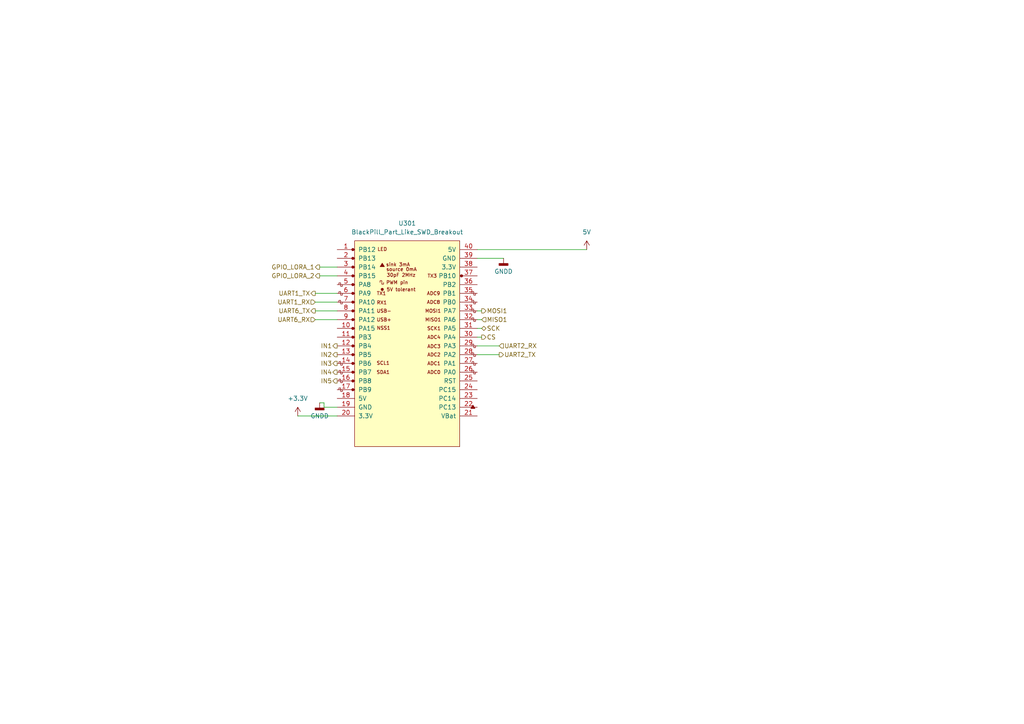
<source format=kicad_sch>
(kicad_sch (version 20231120) (generator "eeschema") (generator_version "8.0")
  (paper "A4")
  (lib_symbols
    (symbol "STM32_Blue and Black Pills:BlackPill_Normal" (pin_names (offset 1.016))
      (property "Reference" "U" (at -12.7 22.86 0))
      (property "Value" "BlackPill_Normal" (at 0 -5.08 90))
      (symbol "BlackPill_Normal_0_0"
        (circle (center -15.748 -22.86) (radius 0.3556) (fill (type outline)))
        (circle (center -15.748 -20.32) (radius 0.3556) (fill (type outline)))
        (circle (center -15.748 -17.78) (radius 0.3556) (fill (type outline)))
        (circle (center -15.748 -15.24) (radius 0.3556) (fill (type outline)))
        (circle (center -15.748 -12.7) (radius 0.3556) (fill (type outline)))
        (circle (center -15.748 -10.16) (radius 0.3556) (fill (type outline)))
        (circle (center -15.748 -7.62) (radius 0.3556) (fill (type outline)))
        (circle (center -15.748 -5.08) (radius 0.3556) (fill (type outline)))
        (circle (center -15.748 -2.54) (radius 0.3556) (fill (type outline)))
        (circle (center -15.748 0) (radius 0.3556) (fill (type outline)))
        (circle (center -15.748 2.54) (radius 0.3556) (fill (type outline)))
        (circle (center -15.748 5.08) (radius 0.3556) (fill (type outline)))
        (circle (center -15.748 7.62) (radius 0.3556) (fill (type outline)))
        (circle (center -15.748 10.16) (radius 0.3556) (fill (type outline)))
        (circle (center -15.748 12.7) (radius 0.3556) (fill (type outline)))
        (circle (center -15.748 17.78) (radius 0.3556) (fill (type outline)))
        (circle (center -7.239 6.223) (radius 0.127) (fill (type outline)))
        (circle (center -7.239 6.223) (radius 0.254))
        (circle (center -7.239 6.223) (radius 0.3556))
        (polyline (pts (xy -7.874 12.827) (xy -7.239 13.843) (xy -6.604 12.827) (xy -7.874 12.827) (xy -7.239 13.716) (xy -6.731 12.827) (xy -7.747 12.954) (xy -7.239 13.589) (xy -6.858 12.827) (xy -7.62 13.081) (xy -7.112 13.462) (xy -6.985 12.827) (xy -7.493 13.208) (xy -6.985 13.335) (xy -7.112 12.954) (xy -7.366 13.208) (xy -7.112 13.081) (xy -7.239 13.335)))
        (polyline (pts (xy 18.415 -28.321) (xy 19.05 -27.305) (xy 19.685 -28.321) (xy 18.415 -28.321) (xy 19.05 -27.432) (xy 19.558 -28.321) (xy 18.542 -28.194) (xy 19.05 -27.559) (xy 19.431 -28.321) (xy 18.669 -28.067) (xy 19.177 -27.686) (xy 19.304 -28.321) (xy 18.796 -27.94) (xy 19.304 -27.813) (xy 19.177 -28.194) (xy 18.923 -27.94) (xy 19.177 -28.067) (xy 19.05 -27.813)))
        (circle (center 15.748 10.16) (radius 0.254) (fill (type outline)))
        (circle (center 15.748 10.16) (radius 0.3556))
        (text "30pF 2MHz" (at -1.778 10.414 0) (effects (font (size 0.9906 0.9906))))
        (text "5V tolerant" (at -1.778 6.223 0) (effects (font (size 0.9906 0.9906))))
        (text "ADC0" (at 7.747 -17.78 0) (effects (font (size 0.9906 0.9906))))
        (text "ADC1" (at 7.747 -15.24 0) (effects (font (size 0.9906 0.9906))))
        (text "ADC2" (at 7.747 -12.7 0) (effects (font (size 0.9906 0.9906))))
        (text "ADC3" (at 7.747 -10.287 0) (effects (font (size 0.9906 0.9906))))
        (text "ADC4" (at 7.747 -7.62 0) (effects (font (size 0.9906 0.9906))))
        (text "ADC8" (at 7.62 2.54 0) (effects (font (size 0.9906 0.9906))))
        (text "ADC9" (at 7.62 5.08 0) (effects (font (size 0.9906 0.9906))))
        (text "LED" (at -7.239 17.907 0) (effects (font (size 0.9906 0.9906))))
        (text "MISO1" (at 7.493 -2.54 0) (effects (font (size 0.9906 0.9906))))
        (text "MOSI1" (at 7.493 0 0) (effects (font (size 0.9906 0.9906))))
        (text "NSS1" (at -6.858 -4.953 0) (effects (font (size 0.9906 0.9906))))
        (text "PWM pin" (at -2.921 8.255 0) (effects (font (size 0.9906 0.9906))))
        (text "RX1" (at -7.366 2.413 0) (effects (font (size 0.9906 0.9906))))
        (text "SCK1" (at 7.747 -5.08 0) (effects (font (size 0.9906 0.9906))))
        (text "SCL1" (at -6.985 -15.113 0) (effects (font (size 0.9906 0.9906))))
        (text "SDA1" (at -6.985 -17.78 0) (effects (font (size 0.9906 0.9906))))
        (text "sink 3mA" (at -2.667 13.462 0) (effects (font (size 0.9906 0.9906))))
        (text "source 0mA" (at -1.651 12.065 0) (effects (font (size 0.9906 0.9906))))
        (text "TX1" (at -7.493 5.08 0) (effects (font (size 0.9906 0.9906))))
        (text "TX3" (at 7.239 10.16 0) (effects (font (size 0.9906 0.9906))))
        (text "USB+" (at -6.731 -2.54 0) (effects (font (size 0.9906 0.9906))))
        (text "USB-" (at -6.731 0 0) (effects (font (size 0.9906 0.9906))))
      )
      (symbol "BlackPill_Normal_0_1"
        (rectangle (start -15.24 20.32) (end 15.24 -39.37) (fill (type background)))
        (polyline (pts (xy -19.812 -22.86) (xy -19.812 -22.352) (xy -19.304 -22.352) (xy -19.304 -23.368) (xy -18.796 -23.368) (xy -18.796 -22.86)))
        (polyline (pts (xy -19.812 -20.32) (xy -19.812 -19.812) (xy -19.304 -19.812) (xy -19.304 -20.828) (xy -18.796 -20.828) (xy -18.796 -20.32)))
        (polyline (pts (xy -18.796 -17.78) (xy -18.796 -18.288) (xy -19.304 -18.288) (xy -19.304 -17.272) (xy -19.812 -17.272) (xy -19.812 -17.78)))
        (polyline (pts (xy -18.796 -15.24) (xy -18.796 -15.748) (xy -19.304 -15.748) (xy -19.304 -14.732) (xy -19.812 -14.732) (xy -19.812 -15.24)))
        (polyline (pts (xy -18.796 2.54) (xy -18.796 2.032) (xy -19.304 2.032) (xy -19.304 3.048) (xy -19.812 3.048) (xy -19.812 2.54)))
        (polyline (pts (xy -18.796 5.08) (xy -18.796 4.572) (xy -19.304 4.572) (xy -19.304 5.588) (xy -19.812 5.588) (xy -19.812 5.08)))
        (polyline (pts (xy -18.796 7.62) (xy -18.796 7.112) (xy -19.304 7.112) (xy -19.304 8.128) (xy -19.812 8.128) (xy -19.812 7.62)))
        (polyline (pts (xy -6.858 8.255) (xy -6.858 7.747) (xy -7.366 7.747) (xy -7.366 8.763) (xy -7.874 8.763) (xy -7.874 8.255)))
        (polyline (pts (xy 19.812 -17.78) (xy 19.812 -18.288) (xy 19.304 -18.288) (xy 19.304 -17.272) (xy 18.796 -17.272) (xy 18.796 -17.78)))
        (polyline (pts (xy 19.812 -15.24) (xy 19.812 -15.748) (xy 19.304 -15.748) (xy 19.304 -14.732) (xy 18.796 -14.732) (xy 18.796 -15.24)))
        (polyline (pts (xy 19.812 -12.7) (xy 19.812 -13.208) (xy 19.304 -13.208) (xy 19.304 -12.192) (xy 18.796 -12.192) (xy 18.796 -12.7)))
        (polyline (pts (xy 19.812 -10.16) (xy 19.812 -10.668) (xy 19.304 -10.668) (xy 19.304 -9.652) (xy 18.796 -9.652) (xy 18.796 -10.16)))
        (polyline (pts (xy 19.812 -2.54) (xy 19.812 -3.048) (xy 19.304 -3.048) (xy 19.304 -2.032) (xy 18.796 -2.032) (xy 18.796 -2.54)))
        (polyline (pts (xy 19.812 0) (xy 19.812 -0.508) (xy 19.304 -0.508) (xy 19.304 0.508) (xy 18.796 0.508) (xy 18.796 0)))
        (polyline (pts (xy 19.812 2.54) (xy 19.812 2.032) (xy 19.304 2.032) (xy 19.304 3.048) (xy 18.796 3.048) (xy 18.796 2.54)))
        (polyline (pts (xy 19.812 5.08) (xy 19.812 4.572) (xy 19.304 4.572) (xy 19.304 5.588) (xy 18.796 5.588) (xy 18.796 5.08)))
      )
      (symbol "BlackPill_Normal_1_1"
        (circle (center -15.748 15.24) (radius 0.3556) (fill (type outline)))
        (pin bidirectional line (at -20.32 17.78 0) (length 5.08) (name "PB12") (number "1"))
        (pin bidirectional line (at -20.32 -5.08 0) (length 5.08) (name "PA15") (number "10"))
        (pin bidirectional line (at -20.32 -7.62 0) (length 5.08) (name "PB3") (number "11"))
        (pin bidirectional line (at -20.32 -10.16 0) (length 5.08) (name "PB4") (number "12"))
        (pin bidirectional line (at -20.32 -12.7 0) (length 5.08) (name "PB5") (number "13"))
        (pin bidirectional line (at -20.32 -15.24 0) (length 5.08) (name "PB6") (number "14"))
        (pin bidirectional line (at -20.32 -17.78 0) (length 5.08) (name "PB7") (number "15"))
        (pin bidirectional line (at -20.32 -20.32 0) (length 5.08) (name "PB8") (number "16"))
        (pin bidirectional line (at -20.32 -22.86 0) (length 5.08) (name "PB9") (number "17"))
        (pin power_in line (at -20.32 -25.4 0) (length 5.08) (name "5V") (number "18"))
        (pin power_in line (at -20.32 -27.94 0) (length 5.08) (name "GND") (number "19"))
        (pin bidirectional line (at -20.32 15.24 0) (length 5.08) (name "PB13") (number "2"))
        (pin power_in line (at -20.32 -30.48 0) (length 5.08) (name "3.3V") (number "20"))
        (pin input line (at 20.32 -30.48 180) (length 5.08) (name "VBat") (number "21"))
        (pin bidirectional line (at 20.32 -27.94 180) (length 5.08) (name "PC13") (number "22"))
        (pin bidirectional line (at 20.32 -25.4 180) (length 5.08) (name "PC14") (number "23"))
        (pin bidirectional line (at 20.32 -22.86 180) (length 5.08) (name "PC15") (number "24"))
        (pin input line (at 20.32 -20.32 180) (length 5.08) (name "RST") (number "25"))
        (pin bidirectional line (at 20.32 -17.78 180) (length 5.08) (name "PA0") (number "26"))
        (pin bidirectional line (at 20.32 -15.24 180) (length 5.08) (name "PA1") (number "27"))
        (pin bidirectional line (at 20.32 -12.7 180) (length 5.08) (name "PA2") (number "28"))
        (pin bidirectional line (at 20.32 -10.16 180) (length 5.08) (name "PA3") (number "29"))
        (pin bidirectional line (at -20.32 12.7 0) (length 5.08) (name "PB14") (number "3"))
        (pin bidirectional line (at 20.32 -7.62 180) (length 5.08) (name "PA4") (number "30"))
        (pin bidirectional line (at 20.32 -5.08 180) (length 5.08) (name "PA5") (number "31"))
        (pin bidirectional line (at 20.32 -2.54 180) (length 5.08) (name "PA6") (number "32"))
        (pin bidirectional line (at 20.32 0 180) (length 5.08) (name "PA7") (number "33"))
        (pin bidirectional line (at 20.32 2.54 180) (length 5.08) (name "PB0") (number "34"))
        (pin bidirectional line (at 20.32 5.08 180) (length 5.08) (name "PB1") (number "35"))
        (pin bidirectional line (at 20.32 7.62 180) (length 5.08) (name "PB2") (number "36"))
        (pin bidirectional line (at 20.32 10.16 180) (length 5.08) (name "PB10") (number "37"))
        (pin power_in line (at 20.32 12.7 180) (length 5.08) (name "3.3V") (number "38"))
        (pin power_in line (at 20.32 15.24 180) (length 5.08) (name "GND") (number "39"))
        (pin bidirectional line (at -20.32 10.16 0) (length 5.08) (name "PB15") (number "4"))
        (pin power_in line (at 20.32 17.78 180) (length 5.08) (name "5V") (number "40"))
        (pin bidirectional line (at -20.32 7.62 0) (length 5.08) (name "PA8") (number "5"))
        (pin bidirectional line (at -20.32 5.08 0) (length 5.08) (name "PA9") (number "6"))
        (pin bidirectional line (at -20.32 2.54 0) (length 5.08) (name "PA10") (number "7"))
        (pin bidirectional line (at -20.32 0 0) (length 5.08) (name "PA11") (number "8"))
        (pin bidirectional line (at -20.32 -2.54 0) (length 5.08) (name "PA12") (number "9"))
      )
    )
    (symbol "power:+3.3V" (power) (pin_numbers hide) (pin_names (offset 0) hide)
      (property "Value" "+3.3V" (at 0 3.556 0))
      (symbol "+3.3V_0_1"
        (polyline (pts (xy -0.762 1.27) (xy 0 2.54)))
        (polyline (pts (xy 0 0) (xy 0 2.54)))
        (polyline (pts (xy 0 2.54) (xy 0.762 1.27)))
      )
      (symbol "+3.3V_1_1"
        (pin power_in line (at 0 0 90) (length 0) (name "~") (number "1"))
      )
    )
    (symbol "power:+5V" (power) (pin_numbers hide) (pin_names (offset 0) hide)
      (property "Value" "+5V" (at 0 3.556 0))
      (symbol "+5V_0_1"
        (polyline (pts (xy -0.762 1.27) (xy 0 2.54)))
        (polyline (pts (xy 0 0) (xy 0 2.54)))
        (polyline (pts (xy 0 2.54) (xy 0.762 1.27)))
      )
      (symbol "+5V_1_1"
        (pin power_in line (at 0 0 90) (length 0) (name "~") (number "1"))
      )
    )
    (symbol "power:GNDD" (power) (pin_numbers hide) (pin_names (offset 0) hide)
      (property "Value" "GNDD" (at 0 -3.175 0))
      (symbol "GNDD_0_1"
        (rectangle (start -1.27 -1.524) (end 1.27 -2.032) (stroke (width 0.254)) (fill (type outline)))
        (polyline (pts (xy 0 0) (xy 0 -1.524)))
      )
      (symbol "GNDD_1_1"
        (pin power_in line (at 0 0 270) (length 0) (name "~") (number "1"))
      )
    )
  )
  (wire (pts (xy 92.71 77.47) (xy 97.79 77.47)))
  (wire (pts (xy 138.43 92.71) (xy 139.7 92.71)))
  (wire (pts (xy 92.71 116.84) (xy 93.98 116.84)))
  (wire (pts (xy 138.43 74.93) (xy 146.05 74.93)))
  (wire (pts (xy 91.44 90.17) (xy 97.79 90.17)))
  (wire (pts (xy 138.43 97.79) (xy 139.7 97.79)))
  (wire (pts (xy 91.44 92.71) (xy 97.79 92.71)))
  (wire (pts (xy 170.18 72.39) (xy 138.43 72.39)))
  (wire (pts (xy 138.43 95.25) (xy 139.7 95.25)))
  (wire (pts (xy 138.43 102.87) (xy 144.78 102.87)))
  (wire (pts (xy 91.44 85.09) (xy 97.79 85.09)))
  (wire (pts (xy 138.43 90.17) (xy 139.7 90.17)))
  (wire (pts (xy 91.44 87.63) (xy 97.79 87.63)))
  (wire (pts (xy 92.71 80.01) (xy 97.79 80.01)))
  (wire (pts (xy 93.98 116.84) (xy 93.98 118.11)))
  (wire (pts (xy 138.43 100.33) (xy 144.78 100.33)))
  (wire (pts (xy 93.98 118.11) (xy 97.79 118.11)))
  (wire (pts (xy 86.36 120.65) (xy 97.79 120.65)))
  (hierarchical_label "CS" (shape output) (at 139.7 97.79 0))
  (hierarchical_label "IN1" (shape output) (at 97.79 100.33 180))
  (hierarchical_label "IN5" (shape output) (at 97.79 110.49 180))
  (hierarchical_label "GPIO_LORA_2" (shape output) (at 92.71 80.01 180))
  (hierarchical_label "IN3" (shape output) (at 97.79 105.41 180))
  (hierarchical_label "MISO1" (shape input) (at 139.7 92.71 0))
  (hierarchical_label "UART1_TX" (shape output) (at 91.44 85.09 180))
  (hierarchical_label "SCK" (shape bidirectional) (at 139.7 95.25 0))
  (hierarchical_label "IN4" (shape output) (at 97.79 107.95 180))
  (hierarchical_label "UART6_TX" (shape output) (at 91.44 90.17 180))
  (hierarchical_label "GPIO_LORA_1" (shape output) (at 92.71 77.47 180))
  (hierarchical_label "UART2_TX" (shape output) (at 144.78 102.87 0))
  (hierarchical_label "UART1_RX" (shape input) (at 91.44 87.63 180))
  (hierarchical_label "UART6_RX" (shape input) (at 91.44 92.71 180))
  (hierarchical_label "IN2" (shape output) (at 97.79 102.87 180))
  (hierarchical_label "UART2_RX" (shape input) (at 144.78 100.33 0))
  (hierarchical_label "MOSI1" (shape output) (at 139.7 90.17 0))
  (symbol (lib_id "power:GNDD") (at 146.05 74.93 0) (unit 1)
    (property "Reference" "#PWR0303" (effects (hide yes)))
    (property "Value" "GNDD" (at 146.05 78.74 0))
    (property "Description" "Power symbol creates a global label with name \"GNDD\" , digital ground" (effects (hide yes)))
  )
  (symbol (lib_id "power:GNDD") (at 92.71 116.84 0) (unit 1)
    (property "Reference" "#PWR0304" (effects (hide yes)))
    (property "Value" "GNDD" (at 92.71 120.65 0))
    (property "Description" "Power symbol creates a global label with name \"GNDD\" , digital ground" (effects (hide yes)))
  )
  (symbol (lib_id "power:+5V") (at 170.18 72.39 0) (unit 1)
    (property "Reference" "#PWR0301" (effects (hide yes)))
    (property "Value" "5V" (at 170.18 67.31 0))
    (property "Description" "Power symbol creates a global label with name \"+5V\"" (effects (hide yes)))
  )
  (symbol (lib_id "power:+3.3V") (at 86.36 120.65 0) (unit 1)
    (property "Reference" "#PWR0302" (effects (hide yes)))
    (property "Value" "+3.3V" (at 86.36 115.57 0))
    (property "Description" "Power symbol creates a global label with name \"+3.3V\"" (effects (hide yes)))
  )
  (symbol (lib_id "STM32_Blue and Black Pills:BlackPill_Normal") (at 118.11 90.17 0) (unit 1)
    (property "Reference" "U301" (at 118.11 64.77 0))
    (property "Value" "BlackPill_Part_Like_SWD_Breakout" (at 118.11 67.31 0))
    (property "Footprint" "STM32 Eval Boards:Blackpill STM32F401CCU6" (effects (hide yes)))
    (property "Description" "STM32 Blue Pill ; KLC compliant" (effects (hide yes)))
  )
)
</source>
